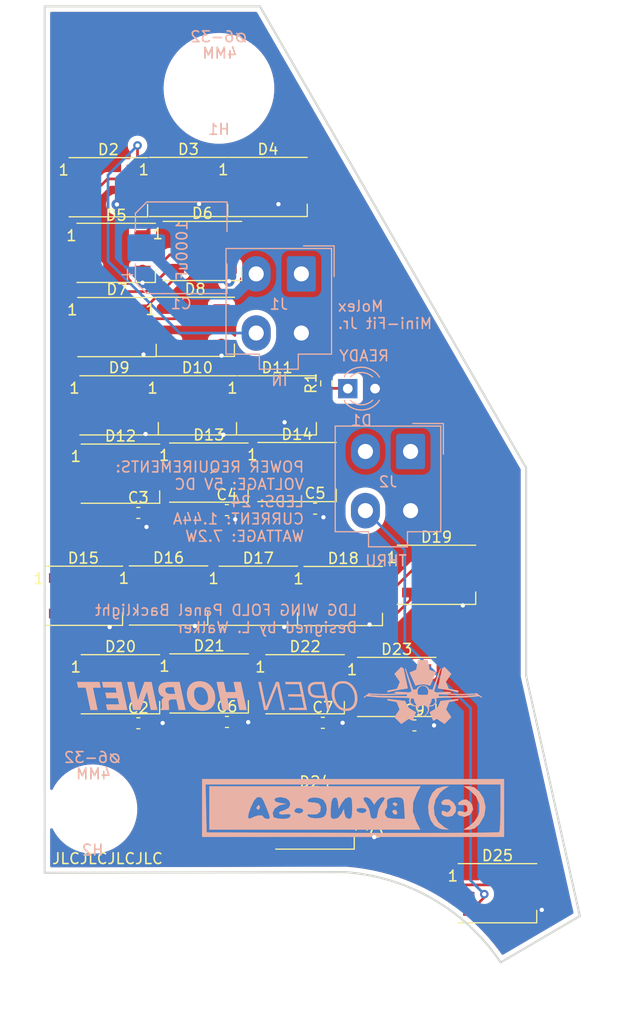
<source format=kicad_pcb>
(kicad_pcb (version 20211014) (generator pcbnew)
  (layers (0 "F.Cu" signal) (31 "B.Cu" signal) (34 "B.Paste" user) (35 "F.Paste" user) (36 "B.SilkS" user "B.Silkscreen") (37 "F.SilkS" user "F.Silkscreen") (38 "B.Mask" user) (39 "F.Mask" user) (44 "Edge.Cuts" user))
  (net 0 "")
  (net 1 "/LEDGND")
  (net 2 "/LED+5V")
  (net 3 "Net-(D1-Pad1)")
  (net 4 "Net-(D2-Pad2)")
  (net 5 "/DATAIN")
  (net 6 "Net-(D3-Pad2)")
  (net 7 "Net-(D4-Pad2)")
  (net 8 "Net-(D5-Pad2)")
  (net 9 "Net-(D6-Pad2)")
  (net 10 "Net-(D7-Pad2)")
  (net 11 "Net-(D8-Pad2)")
  (net 12 "Net-(D10-Pad4)")
  (net 13 "Net-(D10-Pad2)")
  (net 14 "Net-(D11-Pad2)")
  (net 15 "/DATAOUT")
  (net 16 "Net-(D12-Pad2)")
  (net 17 "Net-(D13-Pad2)")
  (net 18 "Net-(D14-Pad2)")
  (net 19 "Net-(D15-Pad2)")
  (net 20 "Net-(D16-Pad2)")
  (net 21 "Net-(D17-Pad2)")
  (net 22 "Net-(D18-Pad2)")
  (net 23 "Net-(D19-Pad2)")
  (net 24 "Net-(D20-Pad2)")
  (net 25 "Net-(D21-Pad2)")
  (net 26 "Net-(D22-Pad2)")
  (net 27 "Net-(D23-Pad2)")
  (net 28 "Net-(D24-Pad2)")
  (footprint "OH_Footprints:C_0603_1608Metric" (layer "F.Cu") (at 156.5375 88)
    (fp_text reference "C2" (at 0 -1.43) (layer "F.SilkS"))
    (fp_text value "C")
    (pad "1" smd roundrect (at -0.775 0) (size 0.9 0.95) (layers "F.Cu" "F.Paste" "F.Mask") (net 2 "/LED+5V"))
    (pad "2" smd roundrect (at 0.775 0) (size 0.9 0.95) (layers "F.Cu" "F.Paste" "F.Mask") (net 1 "/LEDGND"))
  )
  (footprint "OH_Footprints:C_0603_1608Metric" (layer "F.Cu") (at 156.5375 68.45)
    (fp_text reference "C3" (at 0 -1.43) (layer "F.SilkS"))
    (fp_text value "C")
    (pad "1" smd roundrect (at -0.775 0) (size 0.9 0.95) (layers "F.Cu" "F.Paste" "F.Mask") (net 2 "/LED+5V"))
    (pad "2" smd roundrect (at 0.775 0) (size 0.9 0.95) (layers "F.Cu" "F.Paste" "F.Mask") (net 1 "/LEDGND"))
  )
  (footprint "OH_Footprints:C_0603_1608Metric" (layer "F.Cu") (at 164.7725 68.19)
    (fp_text reference "C4" (at 0 -1.43) (layer "F.SilkS"))
    (fp_text value "C")
    (pad "1" smd roundrect (at -0.775 0) (size 0.9 0.95) (layers "F.Cu" "F.Paste" "F.Mask") (net 2 "/LED+5V"))
    (pad "2" smd roundrect (at 0.775 0) (size 0.9 0.95) (layers "F.Cu" "F.Paste" "F.Mask") (net 1 "/LEDGND"))
  )
  (footprint "OH_Footprints:C_0603_1608Metric" (layer "F.Cu") (at 172.9825 68.05)
    (fp_text reference "C5" (at 0 -1.43) (layer "F.SilkS"))
    (fp_text value "C")
    (pad "1" smd roundrect (at -0.775 0) (size 0.9 0.95) (layers "F.Cu" "F.Paste" "F.Mask") (net 2 "/LED+5V"))
    (pad "2" smd roundrect (at 0.775 0) (size 0.9 0.95) (layers "F.Cu" "F.Paste" "F.Mask") (net 1 "/LEDGND"))
  )
  (footprint "OH_Footprints:C_0603_1608Metric" (layer "F.Cu") (at 164.7825 87.88)
    (fp_text reference "C6" (at 0 -1.43) (layer "F.SilkS"))
    (fp_text value "C")
    (pad "1" smd roundrect (at -0.775 0) (size 0.9 0.95) (layers "F.Cu" "F.Paste" "F.Mask") (net 2 "/LED+5V"))
    (pad "2" smd roundrect (at 0.775 0) (size 0.9 0.95) (layers "F.Cu" "F.Paste" "F.Mask") (net 1 "/LEDGND"))
  )
  (footprint "OH_Footprints:C_0603_1608Metric" (layer "F.Cu") (at 173.7025 87.96)
    (fp_text reference "C7" (at 0 -1.43) (layer "F.SilkS"))
    (fp_text value "C")
    (pad "1" smd roundrect (at -0.775 0) (size 0.9 0.95) (layers "F.Cu" "F.Paste" "F.Mask") (net 2 "/LED+5V"))
    (pad "2" smd roundrect (at 0.775 0) (size 0.9 0.95) (layers "F.Cu" "F.Paste" "F.Mask") (net 1 "/LEDGND"))
  )
  (footprint "OH_Footprints:C_0603_1608Metric" (layer "F.Cu") (at 177.3 97.79 -90)
    (fp_text reference "C8" (at 0 -1.43 -90) (layer "F.SilkS"))
    (fp_text value "C")
    (pad "1" smd roundrect (at -0.775 0 270) (size 0.9 0.95) (layers "F.Cu" "F.Paste" "F.Mask") (net 2 "/LED+5V"))
    (pad "2" smd roundrect (at 0.775 0 270) (size 0.9 0.95) (layers "F.Cu" "F.Paste" "F.Mask") (net 1 "/LEDGND"))
  )
  (footprint "OH_Footprints:C_0603_1608Metric" (layer "F.Cu") (at 182.2225 88.2)
    (fp_text reference "C9" (at 0 -1.43) (layer "F.SilkS"))
    (fp_text value "C")
    (pad "1" smd roundrect (at -0.775 0) (size 0.9 0.95) (layers "F.Cu" "F.Paste" "F.Mask") (net 2 "/LED+5V"))
    (pad "2" smd roundrect (at 0.775 0) (size 0.9 0.95) (layers "F.Cu" "F.Paste" "F.Mask") (net 1 "/LEDGND"))
  )
  (footprint "OH_Footprints:LED_WS2812B_PLCC4_5.0x5.0mm_P3.2mm" (layer "F.Cu") (at 153.75 38.175)
    (fp_text reference "D2" (at 0 -3.5) (layer "F.SilkS"))
    (fp_text value "WS2812B")
    (fp_text user "1" (at -4.15 -1.6) (layer "F.SilkS"))
    (pad "1" smd rect (at -2.45 -1.65) (size 1.5 0.9) (layers "F.Cu" "F.Paste" "F.Mask") (net 2 "/LED+5V"))
    (pad "2" smd rect (at -2.45 1.65) (size 1.5 0.9) (layers "F.Cu" "F.Paste" "F.Mask") (net 4 "Net-(D2-Pad2)"))
    (pad "3" smd rect (at 2.45 1.65) (size 1.5 0.9) (layers "F.Cu" "F.Paste" "F.Mask") (net 1 "/LEDGND"))
    (pad "4" smd rect (at 2.45 -1.65) (size 1.5 0.9) (layers "F.Cu" "F.Paste" "F.Mask") (net 5 "/DATAIN"))
  )
  (footprint "OH_Footprints:LED_WS2812B_PLCC4_5.0x5.0mm_P3.2mm" (layer "F.Cu") (at 161.2 38.15)
    (fp_text reference "D3" (at 0 -3.5) (layer "F.SilkS"))
    (fp_text value "WS2812B")
    (fp_text user "1" (at -4.15 -1.6) (layer "F.SilkS"))
    (pad "1" smd rect (at -2.45 -1.65) (size 1.5 0.9) (layers "F.Cu" "F.Paste" "F.Mask") (net 2 "/LED+5V"))
    (pad "2" smd rect (at -2.45 1.65) (size 1.5 0.9) (layers "F.Cu" "F.Paste" "F.Mask") (net 6 "Net-(D3-Pad2)"))
    (pad "3" smd rect (at 2.45 1.65) (size 1.5 0.9) (layers "F.Cu" "F.Paste" "F.Mask") (net 1 "/LEDGND"))
    (pad "4" smd rect (at 2.45 -1.65) (size 1.5 0.9) (layers "F.Cu" "F.Paste" "F.Mask") (net 4 "Net-(D2-Pad2)"))
  )
  (footprint "OH_Footprints:LED_WS2812B_PLCC4_5.0x5.0mm_P3.2mm" (layer "F.Cu") (at 168.6 38.15)
    (fp_text reference "D4" (at 0 -3.5) (layer "F.SilkS"))
    (fp_text value "WS2812B")
    (fp_text user "1" (at -4.15 -1.6) (layer "F.SilkS"))
    (pad "1" smd rect (at -2.45 -1.65) (size 1.5 0.9) (layers "F.Cu" "F.Paste" "F.Mask") (net 2 "/LED+5V"))
    (pad "2" smd rect (at -2.45 1.65) (size 1.5 0.9) (layers "F.Cu" "F.Paste" "F.Mask") (net 7 "Net-(D4-Pad2)"))
    (pad "3" smd rect (at 2.45 1.65) (size 1.5 0.9) (layers "F.Cu" "F.Paste" "F.Mask") (net 1 "/LEDGND"))
    (pad "4" smd rect (at 2.45 -1.65) (size 1.5 0.9) (layers "F.Cu" "F.Paste" "F.Mask") (net 6 "Net-(D3-Pad2)"))
  )
  (footprint "OH_Footprints:LED_WS2812B_PLCC4_5.0x5.0mm_P3.2mm" (layer "F.Cu") (at 154.475 44.275)
    (fp_text reference "D5" (at 0 -3.5) (layer "F.SilkS"))
    (fp_text value "WS2812B")
    (fp_text user "1" (at -4.15 -1.6) (layer "F.SilkS"))
    (pad "1" smd rect (at -2.45 -1.65) (size 1.5 0.9) (layers "F.Cu" "F.Paste" "F.Mask") (net 2 "/LED+5V"))
    (pad "2" smd rect (at -2.45 1.65) (size 1.5 0.9) (layers "F.Cu" "F.Paste" "F.Mask") (net 8 "Net-(D5-Pad2)"))
    (pad "3" smd rect (at 2.45 1.65) (size 1.5 0.9) (layers "F.Cu" "F.Paste" "F.Mask") (net 1 "/LEDGND"))
    (pad "4" smd rect (at 2.45 -1.65) (size 1.5 0.9) (layers "F.Cu" "F.Paste" "F.Mask") (net 7 "Net-(D4-Pad2)"))
  )
  (footprint "OH_Footprints:LED_WS2812B_PLCC4_5.0x5.0mm_P3.2mm" (layer "F.Cu") (at 162.5 44.1)
    (fp_text reference "D6" (at 0 -3.5) (layer "F.SilkS"))
    (fp_text value "WS2812B")
    (fp_text user "1" (at -4.15 -1.6) (layer "F.SilkS"))
    (pad "1" smd rect (at -2.45 -1.65) (size 1.5 0.9) (layers "F.Cu" "F.Paste" "F.Mask") (net 2 "/LED+5V"))
    (pad "2" smd rect (at -2.45 1.65) (size 1.5 0.9) (layers "F.Cu" "F.Paste" "F.Mask") (net 9 "Net-(D6-Pad2)"))
    (pad "3" smd rect (at 2.45 1.65) (size 1.5 0.9) (layers "F.Cu" "F.Paste" "F.Mask") (net 1 "/LEDGND"))
    (pad "4" smd rect (at 2.45 -1.65) (size 1.5 0.9) (layers "F.Cu" "F.Paste" "F.Mask") (net 8 "Net-(D5-Pad2)"))
  )
  (footprint "OH_Footprints:LED_WS2812B_PLCC4_5.0x5.0mm_P3.2mm" (layer "F.Cu") (at 154.55 51.175)
    (fp_text reference "D7" (at 0 -3.5) (layer "F.SilkS"))
    (fp_text value "WS2812B")
    (fp_text user "1" (at -4.15 -1.6) (layer "F.SilkS"))
    (pad "1" smd rect (at -2.45 -1.65) (size 1.5 0.9) (layers "F.Cu" "F.Paste" "F.Mask") (net 2 "/LED+5V"))
    (pad "2" smd rect (at -2.45 1.65) (size 1.5 0.9) (layers "F.Cu" "F.Paste" "F.Mask") (net 10 "Net-(D7-Pad2)"))
    (pad "3" smd rect (at 2.45 1.65) (size 1.5 0.9) (layers "F.Cu" "F.Paste" "F.Mask") (net 1 "/LEDGND"))
    (pad "4" smd rect (at 2.45 -1.65) (size 1.5 0.9) (layers "F.Cu" "F.Paste" "F.Mask") (net 9 "Net-(D6-Pad2)"))
  )
  (footprint "OH_Footprints:LED_WS2812B_PLCC4_5.0x5.0mm_P3.2mm" (layer "F.Cu") (at 161.825 51.15)
    (fp_text reference "D8" (at 0 -3.5) (layer "F.SilkS"))
    (fp_text value "WS2812B")
    (fp_text user "1" (at -4.15 -1.6) (layer "F.SilkS"))
    (pad "1" smd rect (at -2.45 -1.65) (size 1.5 0.9) (layers "F.Cu" "F.Paste" "F.Mask") (net 2 "/LED+5V"))
    (pad "2" smd rect (at -2.45 1.65) (size 1.5 0.9) (layers "F.Cu" "F.Paste" "F.Mask") (net 11 "Net-(D8-Pad2)"))
    (pad "3" smd rect (at 2.45 1.65) (size 1.5 0.9) (layers "F.Cu" "F.Paste" "F.Mask") (net 1 "/LEDGND"))
    (pad "4" smd rect (at 2.45 -1.65) (size 1.5 0.9) (layers "F.Cu" "F.Paste" "F.Mask") (net 10 "Net-(D7-Pad2)"))
  )
  (footprint "OH_Footprints:LED_WS2812B_PLCC4_5.0x5.0mm_P3.2mm" (layer "F.Cu") (at 154.75 58.45)
    (fp_text reference "D9" (at 0 -3.5) (layer "F.SilkS"))
    (fp_text value "WS2812B")
    (fp_text user "1" (at -4.15 -1.6) (layer "F.SilkS"))
    (pad "1" smd rect (at -2.45 -1.65) (size 1.5 0.9) (layers "F.Cu" "F.Paste" "F.Mask") (net 2 "/LED+5V"))
    (pad "2" smd rect (at -2.45 1.65) (size 1.5 0.9) (layers "F.Cu" "F.Paste" "F.Mask") (net 12 "Net-(D10-Pad4)"))
    (pad "3" smd rect (at 2.45 1.65) (size 1.5 0.9) (layers "F.Cu" "F.Paste" "F.Mask") (net 1 "/LEDGND"))
    (pad "4" smd rect (at 2.45 -1.65) (size 1.5 0.9) (layers "F.Cu" "F.Paste" "F.Mask") (net 11 "Net-(D8-Pad2)"))
  )
  (footprint "OH_Footprints:LED_WS2812B_PLCC4_5.0x5.0mm_P3.2mm" (layer "F.Cu") (at 162.025 58.45)
    (fp_text reference "D10" (at 0 -3.5) (layer "F.SilkS"))
    (fp_text value "WS2812B")
    (fp_text user "1" (at -4.15 -1.6) (layer "F.SilkS"))
    (pad "1" smd rect (at -2.45 -1.65) (size 1.5 0.9) (layers "F.Cu" "F.Paste" "F.Mask") (net 2 "/LED+5V"))
    (pad "2" smd rect (at -2.45 1.65) (size 1.5 0.9) (layers "F.Cu" "F.Paste" "F.Mask") (net 13 "Net-(D10-Pad2)"))
    (pad "3" smd rect (at 2.45 1.65) (size 1.5 0.9) (layers "F.Cu" "F.Paste" "F.Mask") (net 1 "/LEDGND"))
    (pad "4" smd rect (at 2.45 -1.65) (size 1.5 0.9) (layers "F.Cu" "F.Paste" "F.Mask") (net 12 "Net-(D10-Pad4)"))
  )
  (footprint "OH_Footprints:LED_WS2812B_PLCC4_5.0x5.0mm_P3.2mm" (layer "F.Cu") (at 169.45 58.45)
    (fp_text reference "D11" (at 0 -3.5) (layer "F.SilkS"))
    (fp_text value "WS2812B")
    (fp_text user "1" (at -4.15 -1.6) (layer "F.SilkS"))
    (pad "1" smd rect (at -2.45 -1.65) (size 1.5 0.9) (layers "F.Cu" "F.Paste" "F.Mask") (net 2 "/LED+5V"))
    (pad "2" smd rect (at -2.45 1.65) (size 1.5 0.9) (layers "F.Cu" "F.Paste" "F.Mask") (net 14 "Net-(D11-Pad2)"))
    (pad "3" smd rect (at 2.45 1.65) (size 1.5 0.9) (layers "F.Cu" "F.Paste" "F.Mask") (net 1 "/LEDGND"))
    (pad "4" smd rect (at 2.45 -1.65) (size 1.5 0.9) (layers "F.Cu" "F.Paste" "F.Mask") (net 13 "Net-(D10-Pad2)"))
  )
  (footprint "OH_Footprints:LED_WS2812B_PLCC4_5.0x5.0mm_P3.2mm" (layer "F.Cu") (at 154.875 64.8)
    (fp_text reference "D12" (at 0 -3.5) (layer "F.SilkS"))
    (fp_text value "WS2812B")
    (fp_text user "1" (at -4.15 -1.6) (layer "F.SilkS"))
    (pad "1" smd rect (at -2.45 -1.65) (size 1.5 0.9) (layers "F.Cu" "F.Paste" "F.Mask") (net 2 "/LED+5V"))
    (pad "2" smd rect (at -2.45 1.65) (size 1.5 0.9) (layers "F.Cu" "F.Paste" "F.Mask") (net 16 "Net-(D12-Pad2)"))
    (pad "3" smd rect (at 2.45 1.65) (size 1.5 0.9) (layers "F.Cu" "F.Paste" "F.Mask") (net 1 "/LEDGND"))
    (pad "4" smd rect (at 2.45 -1.65) (size 1.5 0.9) (layers "F.Cu" "F.Paste" "F.Mask") (net 14 "Net-(D11-Pad2)"))
  )
  (footprint "OH_Footprints:R_0603_1608Metric" (layer "F.Cu") (at 174.03 56.4075 90)
    (fp_text reference "R1" (at 0 -1.43 90) (layer "F.SilkS"))
    (fp_text value "R")
    (pad "1" smd roundrect (at -0.825 0 90) (size 0.8 0.95) (layers "F.Cu" "F.Paste" "F.Mask") (net 3 "Net-(D1-Pad1)"))
    (pad "2" smd roundrect (at 0.825 0 90) (size 0.8 0.95) (layers "F.Cu" "F.Paste" "F.Mask") (net 2 "/LED+5V"))
  )
  (footprint "OH_Footprints:LED_WS2812B_PLCC4_5.0x5.0mm_P3.2mm" (layer "F.Cu") (at 163.1 64.7)
    (fp_text reference "D13" (at 0 -3.5) (layer "F.SilkS"))
    (fp_text value "WS2812B")
    (fp_text user "1" (at -4.15 -1.6) (layer "F.SilkS"))
    (pad "1" smd rect (at -2.45 -1.65) (size 1.5 0.9) (layers "F.Cu" "F.Paste" "F.Mask") (net 2 "/LED+5V"))
    (pad "2" smd rect (at -2.45 1.65) (size 1.5 0.9) (layers "F.Cu" "F.Paste" "F.Mask") (net 17 "Net-(D13-Pad2)"))
    (pad "3" smd rect (at 2.45 1.65) (size 1.5 0.9) (layers "F.Cu" "F.Paste" "F.Mask") (net 1 "/LEDGND"))
    (pad "4" smd rect (at 2.45 -1.65) (size 1.5 0.9) (layers "F.Cu" "F.Paste" "F.Mask") (net 16 "Net-(D12-Pad2)"))
  )
  (footprint "OH_Footprints:LED_WS2812B_PLCC4_5.0x5.0mm_P3.2mm" (layer "F.Cu") (at 171.3 64.65)
    (fp_text reference "D14" (at 0 -3.5) (layer "F.SilkS"))
    (fp_text value "WS2812B")
    (fp_text user "1" (at -4.15 -1.6) (layer "F.SilkS"))
    (pad "1" smd rect (at -2.45 -1.65) (size 1.5 0.9) (layers "F.Cu" "F.Paste" "F.Mask") (net 2 "/LED+5V"))
    (pad "2" smd rect (at -2.45 1.65) (size 1.5 0.9) (layers "F.Cu" "F.Paste" "F.Mask") (net 18 "Net-(D14-Pad2)"))
    (pad "3" smd rect (at 2.45 1.65) (size 1.5 0.9) (layers "F.Cu" "F.Paste" "F.Mask") (net 1 "/LEDGND"))
    (pad "4" smd rect (at 2.45 -1.65) (size 1.5 0.9) (layers "F.Cu" "F.Paste" "F.Mask") (net 17 "Net-(D13-Pad2)"))
  )
  (footprint "OH_Footprints:LED_WS2812B_PLCC4_5.0x5.0mm_P3.2mm" (layer "F.Cu") (at 151.425 76.15)
    (fp_text reference "D15" (at 0 -3.5) (layer "F.SilkS"))
    (fp_text value "WS2812B")
    (fp_text user "1" (at -4.15 -1.6) (layer "F.SilkS"))
    (pad "1" smd rect (at -2.45 -1.65) (size 1.5 0.9) (layers "F.Cu" "F.Paste" "F.Mask") (net 2 "/LED+5V"))
    (pad "2" smd rect (at -2.45 1.65) (size 1.5 0.9) (layers "F.Cu" "F.Paste" "F.Mask") (net 19 "Net-(D15-Pad2)"))
    (pad "3" smd rect (at 2.45 1.65) (size 1.5 0.9) (layers "F.Cu" "F.Paste" "F.Mask") (net 1 "/LEDGND"))
    (pad "4" smd rect (at 2.45 -1.65) (size 1.5 0.9) (layers "F.Cu" "F.Paste" "F.Mask") (net 18 "Net-(D14-Pad2)"))
  )
  (footprint "OH_Footprints:LED_WS2812B_PLCC4_5.0x5.0mm_P3.2mm" (layer "F.Cu") (at 159.35 76.125)
    (fp_text reference "D16" (at 0 -3.5) (layer "F.SilkS"))
    (fp_text value "WS2812B")
    (fp_text user "1" (at -4.15 -1.6) (layer "F.SilkS"))
    (pad "1" smd rect (at -2.45 -1.65) (size 1.5 0.9) (layers "F.Cu" "F.Paste" "F.Mask") (net 2 "/LED+5V"))
    (pad "2" smd rect (at -2.45 1.65) (size 1.5 0.9) (layers "F.Cu" "F.Paste" "F.Mask") (net 20 "Net-(D16-Pad2)"))
    (pad "3" smd rect (at 2.45 1.65) (size 1.5 0.9) (layers "F.Cu" "F.Paste" "F.Mask") (net 1 "/LEDGND"))
    (pad "4" smd rect (at 2.45 -1.65) (size 1.5 0.9) (layers "F.Cu" "F.Paste" "F.Mask") (net 19 "Net-(D15-Pad2)"))
  )
  (footprint "OH_Footprints:LED_WS2812B_PLCC4_5.0x5.0mm_P3.2mm" (layer "F.Cu") (at 167.7 76.15)
    (fp_text reference "D17" (at 0 -3.5) (layer "F.SilkS"))
    (fp_text value "WS2812B")
    (fp_text user "1" (at -4.15 -1.6) (layer "F.SilkS"))
    (pad "1" smd rect (at -2.45 -1.65) (size 1.5 0.9) (layers "F.Cu" "F.Paste" "F.Mask") (net 2 "/LED+5V"))
    (pad "2" smd rect (at -2.45 1.65) (size 1.5 0.9) (layers "F.Cu" "F.Paste" "F.Mask") (net 21 "Net-(D17-Pad2)"))
    (pad "3" smd rect (at 2.45 1.65) (size 1.5 0.9) (layers "F.Cu" "F.Paste" "F.Mask") (net 1 "/LEDGND"))
    (pad "4" smd rect (at 2.45 -1.65) (size 1.5 0.9) (layers "F.Cu" "F.Paste" "F.Mask") (net 20 "Net-(D16-Pad2)"))
  )
  (footprint "OH_Footprints:LED_WS2812B_PLCC4_5.0x5.0mm_P3.2mm" (layer "F.Cu") (at 175.6 76.175)
    (fp_text reference "D18" (at 0 -3.5) (layer "F.SilkS"))
    (fp_text value "WS2812B")
    (fp_text user "1" (at -4.15 -1.6) (layer "F.SilkS"))
    (pad "1" smd rect (at -2.45 -1.65) (size 1.5 0.9) (layers "F.Cu" "F.Paste" "F.Mask") (net 2 "/LED+5V"))
    (pad "2" smd rect (at -2.45 1.65) (size 1.5 0.9) (layers "F.Cu" "F.Paste" "F.Mask") (net 22 "Net-(D18-Pad2)"))
    (pad "3" smd rect (at 2.45 1.65) (size 1.5 0.9) (layers "F.Cu" "F.Paste" "F.Mask") (net 1 "/LEDGND"))
    (pad "4" smd rect (at 2.45 -1.65) (size 1.5 0.9) (layers "F.Cu" "F.Paste" "F.Mask") (net 21 "Net-(D17-Pad2)"))
  )
  (footprint "OH_Footprints:LED_WS2812B_PLCC4_5.0x5.0mm_P3.2mm" (layer "F.Cu") (at 184.275 74.2)
    (fp_text reference "D19" (at 0 -3.5) (layer "F.SilkS"))
    (fp_text value "WS2812B")
    (fp_text user "1" (at -4.15 -1.6) (layer "F.SilkS"))
    (pad "1" smd rect (at -2.45 -1.65) (size 1.5 0.9) (layers "F.Cu" "F.Paste" "F.Mask") (net 2 "/LED+5V"))
    (pad "2" smd rect (at -2.45 1.65) (size 1.5 0.9) (layers "F.Cu" "F.Paste" "F.Mask") (net 23 "Net-(D19-Pad2)"))
    (pad "3" smd rect (at 2.45 1.65) (size 1.5 0.9) (layers "F.Cu" "F.Paste" "F.Mask") (net 1 "/LEDGND"))
    (pad "4" smd rect (at 2.45 -1.65) (size 1.5 0.9) (layers "F.Cu" "F.Paste" "F.Mask") (net 22 "Net-(D18-Pad2)"))
  )
  (footprint "OH_Footprints:LED_WS2812B_PLCC4_5.0x5.0mm_P3.2mm" (layer "F.Cu") (at 154.875 84.375)
    (fp_text reference "D20" (at 0 -3.5) (layer "F.SilkS"))
    (fp_text value "WS2812B")
    (fp_text user "1" (at -4.15 -1.6) (layer "F.SilkS"))
    (pad "1" smd rect (at -2.45 -1.65) (size 1.5 0.9) (layers "F.Cu" "F.Paste" "F.Mask") (net 2 "/LED+5V"))
    (pad "2" smd rect (at -2.45 1.65) (size 1.5 0.9) (layers "F.Cu" "F.Paste" "F.Mask") (net 24 "Net-(D20-Pad2)"))
    (pad "3" smd rect (at 2.45 1.65) (size 1.5 0.9) (layers "F.Cu" "F.Paste" "F.Mask") (net 1 "/LEDGND"))
    (pad "4" smd rect (at 2.45 -1.65) (size 1.5 0.9) (layers "F.Cu" "F.Paste" "F.Mask") (net 23 "Net-(D19-Pad2)"))
  )
  (footprint "OH_Footprints:LED_WS2812B_PLCC4_5.0x5.0mm_P3.2mm" (layer "F.Cu") (at 163.125 84.3)
    (fp_text reference "D21" (at 0 -3.5) (layer "F.SilkS"))
    (fp_text value "WS2812B")
    (fp_text user "1" (at -4.15 -1.6) (layer "F.SilkS"))
    (pad "1" smd rect (at -2.45 -1.65) (size 1.5 0.9) (layers "F.Cu" "F.Paste" "F.Mask") (net 2 "/LED+5V"))
    (pad "2" smd rect (at -2.45 1.65) (size 1.5 0.9) (layers "F.Cu" "F.Paste" "F.Mask") (net 25 "Net-(D21-Pad2)"))
    (pad "3" smd rect (at 2.45 1.65) (size 1.5 0.9) (layers "F.Cu" "F.Paste" "F.Mask") (net 1 "/LEDGND"))
    (pad "4" smd rect (at 2.45 -1.65) (size 1.5 0.9) (layers "F.Cu" "F.Paste" "F.Mask") (net 24 "Net-(D20-Pad2)"))
  )
  (footprint "OH_Footprints:LED_WS2812B_PLCC4_5.0x5.0mm_P3.2mm" (layer "F.Cu") (at 172.05 84.375)
    (fp_text reference "D22" (at 0 -3.5) (layer "F.SilkS"))
    (fp_text value "WS2812B")
    (fp_text user "1" (at -4.15 -1.6) (layer "F.SilkS"))
    (pad "1" smd rect (at -2.45 -1.65) (size 1.5 0.9) (layers "F.Cu" "F.Paste" "F.Mask") (net 2 "/LED+5V"))
    (pad "2" smd rect (at -2.45 1.65) (size 1.5 0.9) (layers "F.Cu" "F.Paste" "F.Mask") (net 26 "Net-(D22-Pad2)"))
    (pad "3" smd rect (at 2.45 1.65) (size 1.5 0.9) (layers "F.Cu" "F.Paste" "F.Mask") (net 1 "/LEDGND"))
    (pad "4" smd rect (at 2.45 -1.65) (size 1.5 0.9) (layers "F.Cu" "F.Paste" "F.Mask") (net 25 "Net-(D21-Pad2)"))
  )
  (footprint "OH_Footprints:LED_WS2812B_PLCC4_5.0x5.0mm_P3.2mm" (layer "F.Cu") (at 189.95 103.8)
    (fp_text reference "D25" (at 0 -3.5) (layer "F.SilkS"))
    (fp_text value "WS2812B")
    (fp_text user "1" (at -4.15 -1.6) (layer "F.SilkS"))
    (pad "1" smd rect (at -2.45 -1.65) (size 1.5 0.9) (layers "F.Cu" "F.Paste" "F.Mask") (net 2 "/LED+5V"))
    (pad "2" smd rect (at -2.45 1.65) (size 1.5 0.9) (layers "F.Cu" "F.Paste" "F.Mask") (net 15 "/DATAOUT"))
    (pad "3" smd rect (at 2.45 1.65) (size 1.5 0.9) (layers "F.Cu" "F.Paste" "F.Mask") (net 1 "/LEDGND"))
    (pad "4" smd rect (at 2.45 -1.65) (size 1.5 0.9) (layers "F.Cu" "F.Paste" "F.Mask") (net 28 "Net-(D24-Pad2)"))
  )
  (footprint "OH_Footprints:LED_WS2812B_PLCC4_5.0x5.0mm_P3.2mm" (layer "F.Cu") (at 180.575 84.625)
    (fp_text reference "D23" (at 0 -3.5) (layer "F.SilkS"))
    (fp_text value "WS2812B")
    (fp_text user "1" (at -4.15 -1.6) (layer "F.SilkS"))
    (pad "1" smd rect (at -2.45 -1.65) (size 1.5 0.9) (layers "F.Cu" "F.Paste" "F.Mask") (net 2 "/LED+5V"))
    (pad "2" smd rect (at -2.45 1.65) (size 1.5 0.9) (layers "F.Cu" "F.Paste" "F.Mask") (net 27 "Net-(D23-Pad2)"))
    (pad "3" smd rect (at 2.45 1.65) (size 1.5 0.9) (layers "F.Cu" "F.Paste" "F.Mask") (net 1 "/LEDGND"))
    (pad "4" smd rect (at 2.45 -1.65) (size 1.5 0.9) (layers "F.Cu" "F.Paste" "F.Mask") (net 26 "Net-(D22-Pad2)"))
  )
  (footprint "OH_Footprints:LED_WS2812B_PLCC4_5.0x5.0mm_P3.2mm" (layer "F.Cu") (at 172.975 96.95)
    (fp_text reference "D24" (at 0 -3.5) (layer "F.SilkS"))
    (fp_text value "WS2812B")
    (fp_text user "1" (at -4.15 -1.6) (layer "F.SilkS"))
    (pad "1" smd rect (at -2.45 -1.65) (size 1.5 0.9) (layers "F.Cu" "F.Paste" "F.Mask") (net 2 "/LED+5V"))
    (pad "2" smd rect (at -2.45 1.65) (size 1.5 0.9) (layers "F.Cu" "F.Paste" "F.Mask") (net 28 "Net-(D24-Pad2)"))
    (pad "3" smd rect (at 2.45 1.65) (size 1.5 0.9) (layers "F.Cu" "F.Paste" "F.Mask") (net 1 "/LEDGND"))
    (pad "4" smd rect (at 2.45 -1.65) (size 1.5 0.9) (layers "F.Cu" "F.Paste" "F.Mask") (net 27 "Net-(D23-Pad2)"))
  )
  (footprint "OH_Backlighting:OH_Panel_6-32_PHS" (layer "F.Cu") (at 152.291948 95.977061)
    (fp_text reference "REF**" hide)
    (fp_text value "OH_Panel_Fastner_Keepout" hide)
    (fp_text user "4MM" (at 0.075 -3.275 180) (layer "B.SilkS") (effects (justify mirror)))
    (fp_text user "⌀6-32" (at 0 -4.8) (layer "B.SilkS") (effects (justify mirror)))
    (fp_text user "H2" (at 0 3.81) (layer "B.SilkS") (effects (justify mirror)))
    (pad "" np_thru_hole circle locked (at 0 0) (size 4.3 4.3) (drill 4.3) (layers *.Cu *.Mask) (clearance 2))
  )
  (footprint "OH_Backlighting:OH_Panel_6-32_PHS" (layer "F.Cu") (at 164.039448 28.984561)
    (fp_text reference "REF**" hide)
    (fp_text value "OH_Panel_Fastner_Keepout" hide)
    (fp_text user "H1" (at 0 3.81) (layer "B.SilkS") (effects (justify mirror)))
    (fp_text user "⌀6-32" (at 0 -4.8) (layer "B.SilkS") (effects (justify mirror)))
    (fp_text user "4MM" (at 0.075 -3.275 180) (layer "B.SilkS") (effects (justify mirror)))
    (pad "" np_thru_hole circle locked (at 0 0) (size 4.3 4.3) (drill 4.3) (layers *.Cu *.Mask) (clearance 3))
  )
  (footprint "OH_Footprints:CP_Elec_8x10" (layer "B.Cu") (at 160.525 43.8)
    (fp_text reference "C1" (at 0 5.2 180) (layer "B.SilkS") (effects (justify mirror)))
    (fp_text value "C_Polarized")
    (pad "1" smd roundrect (at -3.25 0) (size 3.5 2.5) (layers "B.Cu" "B.Paste" "B.Mask") (roundrect_rratio 0.1) (net 2 "/LED+5V"))
    (pad "2" smd roundrect (at 3.25 0) (size 3.5 2.5) (layers "B.Cu" "B.Paste" "B.Mask") (roundrect_rratio 0.1) (net 1 "/LEDGND"))
  )
  (footprint "OH_Footprints:LED_D3.0mm" (layer "B.Cu") (at 176.022 56.896)
    (fp_text reference "D1" (at 1.27 2.96 180) (layer "B.SilkS") (effects (justify mirror)))
    (fp_text value "LED")
    (pad "1" thru_hole rect (at 0 0) (size 1.8 1.8) (drill 0.9) (layers *.Cu *.Mask) (net 3 "Net-(D1-Pad1)"))
    (pad "2" thru_hole circle (at 2.54 0) (size 1.8 1.8) (drill 0.9) (layers *.Cu *.Mask) (net 1 "/LEDGND"))
  )
  (footprint "OH_Footprints:Molex_Mini-Fit_Jr_5566-04A_2x02_P4.20mm_Vertical" (layer "B.Cu") (at 171.704 46.228 180)
    (fp_text reference "J1" (at 2.1 -2.820624) (layer "B.SilkS") (effects (justify mirror)))
    (fp_text value "Conn_01x04_Female")
    (pad "1" thru_hole roundrect (at 0 0 180) (size 2.7 3.3) (drill 1.4) (layers *.Cu *.Mask) (roundrect_rratio 0.09259296296) (net 2 "/LED+5V"))
    (pad "2" thru_hole oval (at 4.2 0 180) (size 2.7 3.3) (drill 1.4) (layers *.Cu *.Mask) (net 2 "/LED+5V"))
    (pad "3" thru_hole oval (at 0 -5.5 180) (size 2.7 3.3) (drill 1.4) (layers *.Cu *.Mask) (net 1 "/LEDGND"))
    (pad "4" thru_hole oval (at 4.2 -5.5 180) (size 2.7 3.3) (drill 1.4) (layers *.Cu *.Mask) (net 5 "/DATAIN"))
  )
  (footprint "OH_Footprints:Molex_Mini-Fit_Jr_5566-04A_2x02_P4.20mm_Vertical" (layer "B.Cu") (at 181.864 62.738 180)
    (fp_text reference "J2" (at 2.1 -2.820624) (layer "B.SilkS") (effects (justify mirror)))
    (fp_text value "Conn_01x04_Female")
    (pad "1" thru_hole roundrect (at 0 0 180) (size 2.7 3.3) (drill 1.4) (layers *.Cu *.Mask) (roundrect_rratio 0.09259296296) (net 2 "/LED+5V"))
    (pad "2" thru_hole oval (at 4.2 0 180) (size 2.7 3.3) (drill 1.4) (layers *.Cu *.Mask) (net 2 "/LED+5V"))
    (pad "3" thru_hole oval (at 0 -5.5 180) (size 2.7 3.3) (drill 1.4) (layers *.Cu *.Mask) (net 1 "/LEDGND"))
    (pad "4" thru_hole oval (at 4.2 -5.5 180) (size 2.7 3.3) (drill 1.4) (layers *.Cu *.Mask) (net 15 "/DATAOUT"))
  )
  (footprint "OH_General:CC-BY-NC-SA-Small" (layer "B.Cu") (at 176.6 95.875 180)
    (fp_text reference "G***" hide)
    (fp_text value "LOGO" hide)
  )
  (footprint "OH_General:OH_LOGO_37.7mm_5.9mm" (layer "B.Cu") (at 169.672 85.09 180)
    (fp_text reference "G***" hide)
    (fp_text value "LOGO" hide)
  )
  (gr_line (start 147.828 101.901758) (end 175.768006 101.837421) (layer "Edge.Cuts") (width 0.2))
  (gr_line (start 192.614486 83.594538) (end 192.614486 64.258791) (layer "Edge.Cuts") (width 0.2))
  (gr_line (start 167.849472 21.364547) (end 147.828 21.364547) (layer "Edge.Cuts") (width 0.2))
  (gr_line (start 190.246 110.236) (end 197.612 105.918) (layer "Edge.Cuts") (width 0.2))
  (gr_line (start 197.612 105.918) (end 192.614486 83.594538) (layer "Edge.Cuts") (width 0.2))
  (gr_line (start 147.828 21.364547) (end 147.828 101.901758) (layer "Edge.Cuts") (width 0.2))
  (gr_arc (start 175.768006 101.837421) (mid 183.978791 104.361481) (end 190.246 110.236) (layer "Edge.Cuts") (width 0.2))
  (gr_line (start 192.614486 64.258791) (end 167.849472 21.364547) (layer "Edge.Cuts") (width 0.2))
  (gr_text "POWER REQUIREMENTS:\nVOLTAGE: 5V DC\nLEDS: 24\nCURRENT: 1.44A\nWATTAGE: 7.2W" (at 172.05 67.4) (layer "B.SilkS") (effects (font (size 1 1)) (justify left mirror)))
  (gr_text "READY\n" (at 177.546 53.848) (layer "B.SilkS") (effects (font (size 1 1)) (justify mirror)))
  (gr_text "Molex\nMini-Fit Jr." (at 175.006 50.038) (layer "B.SilkS") (effects (font (size 1 1)) (justify right mirror)))
  (gr_text "1000uF" (at 160.6 44.05 90) (layer "B.SilkS") (effects (font (size 1 1)) (justify mirror)))
  (gr_text "IN" (at 169.672 56.134) (layer "B.SilkS") (effects (font (size 1 1)) (justify mirror)))
  (gr_text "LDG WING FOLD Panel Backlight\nDesigned by L. Walker" (at 177 78.3) (layer "B.SilkS") (effects (font (size 1 1)) (justify left mirror)))
  (gr_text "THRU" (at 179.578 72.898) (layer "B.SilkS") (effects (font (size 1 1)) (justify mirror)))
  (gr_text "JLCJLCJLCJLC" (at 153.67 100.584) (layer "F.SilkS") (effects (font (size 1 1))))
  (segment (start 157.3 69.75) (end 157.325 69.7) (width 1) (layer "F.Cu") (net 1))
  (segment (start 165.55 69.05) (end 165.55 69.05) (width 1) (layer "F.Cu") (net 1))
  (segment (start 173.76 68.85) (end 173.75 68.84) (width 1) (layer "F.Cu") (net 1))
  (segment (start 158.8 87.98) (end 158.81 88) (width 1) (layer "F.Cu") (net 1))
  (segment (start 178.48 98.58) (end 178.4775 98.5775) (width 1) (layer "F.Cu") (net 1))
  (segment (start 166.76 87.9) (end 166.74 87.88) (width 1) (layer "F.Cu") (net 1))
  (segment (start 175.54 87.96) (end 175.54 87.96) (width 1) (layer "F.Cu") (net 1))
  (segment (start 184.05 88.2) (end 184.05 88.2) (width 1) (layer "F.Cu") (net 1))
  (segment (start 154.545 39.775) (end 154.545 39.775) (width 1) (layer "F.Cu") (net 1))
  (segment (start 162.19 39.73) (end 162.21 39.75) (width 1) (layer "F.Cu") (net 1))
  (segment (start 169.57 39.75) (end 169.57 39.75) (width 1) (layer "F.Cu") (net 1))
  (segment (start 156.93 47.05) (end 156.925 47.045) (width 1) (layer "F.Cu") (net 1))
  (segment (start 164.98 46.91) (end 164.95 46.88) (width 1) (layer "F.Cu") (net 1))
  (segment (start 157.02 53.73) (end 157 53.71) (width 1) (layer "F.Cu") (net 1))
  (segment (start 164.28 53.83) (end 164.275 53.825) (width 1) (layer "F.Cu") (net 1))
  (segment (start 157.21 61.11) (end 157.2 61.1) (width 1) (layer "F.Cu") (net 1))
  (segment (start 164.46 61.18) (end 164.475 61.165) (width 1) (layer "F.Cu") (net 1))
  (segment (start 153.87 79.06) (end 153.875 79.055) (width 1) (layer "F.Cu") (net 1))
  (segment (start 161.8 78.96) (end 161.8 78.96) (width 1) (layer "F.Cu") (net 1))
  (segment (start 170.11 79.06) (end 170.15 79.02) (width 1) (layer "F.Cu") (net 1))
  (segment (start 178.05 78.82) (end 178.05 78.85) (width 1) (layer "F.Cu") (net 1))
  (segment (start 186.725 77.045) (end 186.725 77.045) (width 1) (layer "F.Cu") (net 1))
  (segment (start 194.07 105.35) (end 194.01 105.4) (width 1) (layer "F.Cu") (net 1))
  (segment (start 170.14 60.02) (end 170.17 60.05) (width 1) (layer "F.Cu") (net 1))
  (segment (start 175.425 98.55) (end 177.2725 98.55) (width 1) (layer "F.Cu") (net 1))
  (segment (start 174.5 87.95) (end 174.49 87.96) (width 1) (layer "F.Cu") (net 1))
  (segment (start 183.025 88.185) (end 183.01 88.2) (width 1) (layer "F.Cu") (net 1))
  (segment (start 171.05 39.75) (end 169.57 39.75) (width 1) (layer "F.Cu") (net 1))
  (segment (start 157.2 60.05) (end 157.21 61.11) (width 1) (layer "F.Cu") (net 1))
  (segment (start 178.05 77.775) (end 178.05 78.82) (width 1) (layer "F.Cu") (net 1))
  (segment (start 157.325 68.45) (end 157.3 69.75) (width 1) (layer "F.Cu") (net 1))
  (segment (start 192.4 105.4) (end 194.07 105.35) (width 1) (layer "F.Cu") (net 1))
  (segment (start 183.025 86.225) (end 183.025 88.185) (width 1) (layer "F.Cu") (net 1))
  (segment (start 157 52.775) (end 157.02 53.73) (width 1) (layer "F.Cu") (net 1))
  (segment (start 157.325 85.975) (end 157.325 88) (width 1) (layer "F.Cu") (net 1))
  (segment (start 171.9 60.05) (end 170.14 60.02) (width 1) (layer "F.Cu") (net 1))
  (segment (start 156.925 45.875) (end 156.93 47.05) (width 1) (layer "F.Cu") (net 1))
  (segment (start 177.2725 98.55) (end 177.3 98.5775) (width 1) (layer "F.Cu") (net 1))
  (segment (start 164.95 45.7) (end 164.98 46.91) (width 1) (layer "F.Cu") (net 1))
  (segment (start 165.57 87.88) (end 166.76 87.9) (width 1) (layer "F.Cu") (net 1))
  (segment (start 153.875 77.75) (end 153.87 79.06) (width 1) (layer "F.Cu") (net 1))
  (segment (start 177.3 98.5775) (end 178.48 98.58) (width 1) (layer "F.Cu") (net 1))
  (segment (start 173.75 66.25) (end 173.76 68.85) (width 1) (layer "F.Cu") (net 1))
  (segment (start 186.725 75.8) (end 186.725 77.045) (width 1) (layer "F.Cu") (net 1))
  (segment (start 161.8 77.725) (end 161.8 78.96) (width 1) (layer "F.Cu") (net 1))
  (segment (start 174.5 85.975) (end 174.5 87.95) (width 1) (layer "F.Cu") (net 1))
  (segment (start 165.575 87.875) (end 165.57 87.88) (width 1) (layer "F.Cu") (net 1))
  (segment (start 165.575 85.9) (end 165.575 87.875) (width 1) (layer "F.Cu") (net 1))
  (segment (start 157.325 88) (end 158.8 87.98) (width 1) (layer "F.Cu") (net 1))
  (segment (start 170.15 77.75) (end 170.11 79.06) (width 1) (layer "F.Cu") (net 1))
  (segment (start 183.01 88.2) (end 184.05 88.2) (width 1) (layer "F.Cu") (net 1))
  (segment (start 157.325 68.45) (end 157.325 66.4) (width 1) (layer "F.Cu") (net 1))
  (segment (start 165.55 66.3) (end 165.55 69.05) (width 1) (layer "F.Cu") (net 1))
  (segment (start 163.65 39.75) (end 162.19 39.73) (width 1) (layer "F.Cu") (net 1))
  (segment (start 156.2 39.775) (end 154.545 39.775) (width 1) (layer "F.Cu") (net 1))
  (segment (start 164.475 60.05) (end 164.46 61.18) (width 1) (layer "F.Cu") (net 1))
  (segment (start 164.275 52.75) (end 164.28 53.83) (width 1) (layer "F.Cu") (net 1))
  (segment (start 174.49 87.96) (end 175.54 87.96) (width 1) (layer "F.Cu") (net 1))
  (via (at 157.02 53.73) (size 1) (drill 0.4) (layers "F.Cu" "B.Cu") (net 1))
  (via (at 164.28 53.83) (size 1) (drill 0.4) (layers "F.Cu" "B.Cu") (net 1))
  (via (at 164.46 61.18) (size 1) (drill 0.4) (layers "F.Cu" "B.Cu") (net 1))
  (via (at 157.21 61.11) (size 1) (drill 0.4) (layers "F.Cu" "B.Cu") (net 1))
  (via (at 154.545 39.775) (size 1) (drill 0.4) (layers "F.Cu" "B.Cu") (net 1))
  (via (at 162.19 39.73) (size 1) (drill 0.4) (layers "F.Cu" "B.Cu") (net 1))
  (via (at 170.14 60.02) (size 1) (drill 0.4) (layers "F.Cu" "B.Cu") (net 1))
  (via (at 153.87 79.06) (size 1) (drill 0.4) (layers "F.Cu" "B.Cu") (net 1))
  (via (at 157.3 69.75) (size 1) (drill 0.4) (layers "F.Cu" "B.Cu") (net 1))
  (via (at 161.8 78.96) (size 1) (drill 0.4) (layers "F.Cu" "B.Cu") (net 1))
  (via (at 158.8 87.98) (size 1) (drill 0.4) (layers "F.Cu" "B.Cu") (net 1))
  (via (at 178.05 78.82) (size 1) (drill 0.4) (layers "F.Cu" "B.Cu") (net 1))
  (via (at 186.725 77.045) (size 1) (drill 0.4) (layers "F.Cu" "B.Cu") (net 1))
  (via (at 170.11 79.06) (size 1) (drill 0.4) (layers "F.Cu" "B.Cu") (net 1))
  (via (at 165.55 69.05) (size 1) (drill 0.4) (layers "F.Cu" "B.Cu") (net 1))
  (via (at 164.98 46.91) (size 1) (drill 0.4) (layers "F.Cu" "B.Cu") (net 1))
  (via (at 184.05 88.2) (size 1) (drill 0.4) (layers "F.Cu" "B.Cu") (net 1))
  (via (at 169.57 39.75) (size 1) (drill 0.4) (layers "F.Cu" "B.Cu") (net 1))
  (via (at 173.76 68.85) (size 1) (drill 0.4) (layers "F.Cu" "B.Cu") (net 1))
  (via (at 194.07 105.35) (size 1) (drill 0.4) (layers "F.Cu" "B.Cu") (net 1))
  (via (at 156.93 47.05) (size 1) (drill 0.4) (layers "F.Cu" "B.Cu") (net 1))
  (via (at 178.48 98.58) (size 1) (drill 0.4) (layers "F.Cu" "B.Cu") (net 1))
  (via (at 166.76 87.9) (size 1) (drill 0.4) (layers "F.Cu" "B.Cu") (net 1))
  (via (at 175.54 87.96) (size 1) (drill 0.4) (layers "F.Cu" "B.Cu") (net 1))
  (segment (start 157.275 43.8) (end 161.585001 48.110001) (width 1) (layer "B.Cu") (net 2))
  (segment (start 161.585001 48.110001) (end 165.621999 48.110001) (width 1) (layer "B.Cu") (net 2))
  (segment (start 165.621999 48.110001) (end 167.504 46.228) (width 1) (layer "B.Cu") (net 2))
  (segment (start 176.21 56.87) (end 174.355 56.87) (width 0.25) (layer "F.Cu") (net 3))
  (segment (start 174.355 56.87) (end 174.03 57.195) (width 0.25) (layer "F.Cu") (net 3))
  (segment (start 153.674999 37.400001) (end 162.799999 37.400001) (width 0.25) (layer "F.Cu") (net 4))
  (segment (start 151.3 39.775) (end 153.674999 37.400001) (width 0.25) (layer "F.Cu") (net 4))
  (segment (start 162.799999 37.400001) (end 163.65 36.55) (width 0.25) (layer "F.Cu") (net 4))
  (segment (start 156.464 36.311) (end 156.2 36.575) (width 0.25) (layer "F.Cu") (net 5))
  (segment (start 156.464 34.29) (end 156.464 36.311) (width 0.25) (layer "F.Cu") (net 5))
  (via (at 156.464 34.29) (size 0.8) (drill 0.4) (layers "F.Cu" "B.Cu") (net 5))
  (segment (start 156.464 34.29) (end 156.464 34.29) (width 0.25) (layer "B.Cu") (net 5))
  (segment (start 160.386998 51.728) (end 167.504 51.728) (width 0.25) (layer "B.Cu") (net 5))
  (segment (start 153.719999 37.034001) (end 153.719999 45.061001) (width 0.25) (layer "B.Cu") (net 5))
  (segment (start 156.464 34.29) (end 153.719999 37.034001) (width 0.25) (layer "B.Cu") (net 5))
  (segment (start 153.719999 45.061001) (end 160.386998 51.728) (width 0.25) (layer "B.Cu") (net 5))
  (segment (start 158.75 39.75) (end 158.75 39) (width 0.25) (layer "F.Cu") (net 6))
  (segment (start 158.75 39) (end 159.899989 37.850011) (width 0.25) (layer "F.Cu") (net 6))
  (segment (start 169.749989 37.850011) (end 171.05 36.55) (width 0.25) (layer "F.Cu") (net 6))
  (segment (start 159.899989 37.850011) (end 169.749989 37.850011) (width 0.25) (layer "F.Cu") (net 6))
  (segment (start 158.706 40.894) (end 165.006 40.894) (width 0.25) (layer "F.Cu") (net 7))
  (segment (start 165.006 40.894) (end 166.15 39.75) (width 0.25) (layer "F.Cu") (net 7))
  (segment (start 156.925 42.675) (end 158.706 40.894) (width 0.25) (layer "F.Cu") (net 7))
  (segment (start 152.025 45.875) (end 154.025009 47.875009) (width 0.25) (layer "F.Cu") (net 8))
  (segment (start 154.025009 47.875009) (end 157.271731 47.875009) (width 0.25) (layer "F.Cu") (net 8))
  (segment (start 158.974999 46.171741) (end 158.974999 44.939999) (width 0.25) (layer "F.Cu") (net 8))
  (segment (start 157.271731 47.875009) (end 158.974999 46.171741) (width 0.25) (layer "F.Cu") (net 8))
  (segment (start 159.464998 44.45) (end 163 44.45) (width 0.25) (layer "F.Cu") (net 8))
  (segment (start 163 44.45) (end 164.95 42.5) (width 0.25) (layer "F.Cu") (net 8))
  (segment (start 158.974999 44.939999) (end 159.464998 44.45) (width 0.25) (layer "F.Cu") (net 8))
  (segment (start 160.05 46.525) (end 157 49.575) (width 0.25) (layer "F.Cu") (net 9))
  (segment (start 160.05 45.7) (end 160.05 46.525) (width 0.25) (layer "F.Cu") (net 9))
  (segment (start 164.275 49.55) (end 163.424999 50.400001) (width 0.25) (layer "F.Cu") (net 10))
  (segment (start 154.474999 50.400001) (end 152.1 52.775) (width 0.25) (layer "F.Cu") (net 10))
  (segment (start 163.424999 50.400001) (end 154.474999 50.400001) (width 0.25) (layer "F.Cu") (net 10))
  (segment (start 159.375 54.675) (end 157.2 56.85) (width 0.25) (layer "F.Cu") (net 11))
  (segment (start 159.375 52.75) (end 159.375 54.675) (width 0.25) (layer "F.Cu") (net 11))
  (segment (start 154.24 58.11) (end 152.3 60.05) (width 0.25) (layer "F.Cu") (net 12))
  (segment (start 164.475 56.85) (end 163.215 58.11) (width 0.25) (layer "F.Cu") (net 12))
  (segment (start 163.215 58.11) (end 154.24 58.11) (width 0.25) (layer "F.Cu") (net 12))
  (segment (start 161.06499 58.56001) (end 159.575 60.05) (width 0.25) (layer "F.Cu") (net 13))
  (segment (start 171.9 56.85) (end 170.18999 58.56001) (width 0.25) (layer "F.Cu") (net 13))
  (segment (start 170.18999 58.56001) (end 161.06499 58.56001) (width 0.25) (layer "F.Cu") (net 13))
  (segment (start 158.519991 62.005009) (end 157.325 63.2) (width 0.25) (layer "F.Cu") (net 14))
  (segment (start 165.044991 62.005009) (end 158.519991 62.005009) (width 0.25) (layer "F.Cu") (net 14))
  (segment (start 167 60.05) (end 165.044991 62.005009) (width 0.25) (layer "F.Cu") (net 14))
  (segment (start 188.722 104.178) (end 187.5 105.4) (width 0.25) (layer "F.Cu") (net 15))
  (segment (start 188.722 103.886) (end 188.722 104.178) (width 0.25) (layer "F.Cu") (net 15))
  (via (at 188.722 103.886) (size 0.8) (drill 0.4) (layers "F.Cu" "B.Cu") (net 15))
  (segment (start 188.722 103.886) (end 188.722 103.886) (width 0.25) (layer "B.Cu") (net 15))
  (segment (start 187.452 86.614) (end 187.452 102.616) (width 0.25) (layer "B.Cu") (net 15))
  (segment (start 181.325 80.487) (end 187.452 86.614) (width 0.25) (layer "B.Cu") (net 15))
  (segment (start 181.325 71.899) (end 177.664 68.238) (width 0.25) (layer "B.Cu") (net 15))
  (segment (start 187.452 102.616) (end 188.722 103.886) (width 0.25) (layer "B.Cu") (net 15))
  (segment (start 181.325 80.487) (end 181.325 71.899) (width 0.25) (layer "B.Cu") (net 15))
  (segment (start 152.425 66.4) (end 153.350001 65.474999) (width 0.25) (layer "F.Cu") (net 16))
  (segment (start 153.350001 65.474999) (end 163.175001 65.474999) (width 0.25) (layer "F.Cu") (net 16))
  (segment (start 163.175001 65.474999) (end 165.55 63.1) (width 0.25) (layer "F.Cu") (net 16))
  (segment (start 160.65 66.3) (end 163.714998 66.3) (width 0.25) (layer "F.Cu") (net 17))
  (segment (start 166.089997 63.925001) (end 172.874999 63.925001) (width 0.25) (layer "F.Cu") (net 17))
  (segment (start 163.714998 66.3) (end 166.089997 63.925001) (width 0.25) (layer "F.Cu") (net 17))
  (segment (start 172.874999 63.925001) (end 173.75 63.05) (width 0.25) (layer "F.Cu") (net 17))
  (segment (start 168.85 67) (end 168.85 66.25) (width 0.25) (layer "F.Cu") (net 18))
  (segment (start 155.935 72.49) (end 163.36 72.49) (width 0.25) (layer "F.Cu") (net 18))
  (segment (start 163.36 72.49) (end 168.85 67) (width 0.25) (layer "F.Cu") (net 18))
  (segment (start 153.875 74.55) (end 155.935 72.49) (width 0.25) (layer "F.Cu") (net 18))
  (segment (start 149.825001 76.894999) (end 151.06 75.66) (width 0.25) (layer "F.Cu") (net 19))
  (segment (start 148.975 77.75) (end 149.825001 76.899999) (width 0.25) (layer "F.Cu") (net 19))
  (segment (start 151.06 75.66) (end 160.665 75.66) (width 0.25) (layer "F.Cu") (net 19))
  (segment (start 160.665 75.66) (end 161.8 74.525) (width 0.25) (layer "F.Cu") (net 19))
  (segment (start 149.825001 76.899999) (end 149.825001 76.894999) (width 0.25) (layer "F.Cu") (net 19))
  (segment (start 156.9 77.725) (end 156.9 76.975) (width 0.25) (layer "F.Cu") (net 20))
  (segment (start 168.58999 76.11001) (end 170.15 74.55) (width 0.25) (layer "F.Cu") (net 20))
  (segment (start 157.76499 76.11001) (end 168.58999 76.11001) (width 0.25) (layer "F.Cu") (net 20))
  (segment (start 156.9 76.975) (end 157.76499 76.11001) (width 0.25) (layer "F.Cu") (net 20))
  (segment (start 176.06498 76.56002) (end 178.05 74.575) (width 0.25) (layer "F.Cu") (net 21))
  (segment (start 165.25 77) (end 165.68998 76.56002) (width 0.25) (layer "F.Cu") (net 21))
  (segment (start 165.68998 76.56002) (end 176.06498 76.56002) (width 0.25) (layer "F.Cu") (net 21))
  (segment (start 165.25 77.75) (end 165.25 77) (width 0.25) (layer "F.Cu") (net 21))
  (segment (start 173.15 77.775) (end 176.214998 77.775) (width 0.25) (layer "F.Cu") (net 22))
  (segment (start 180.089998 75.7) (end 182.364997 73.425001) (width 0.25) (layer "F.Cu") (net 22))
  (segment (start 185.899999 73.425001) (end 186.725 72.6) (width 0.25) (layer "F.Cu") (net 22))
  (segment (start 176.214998 77.775) (end 178.289998 75.7) (width 0.25) (layer "F.Cu") (net 22))
  (segment (start 182.364997 73.425001) (end 185.899999 73.425001) (width 0.25) (layer "F.Cu") (net 22))
  (segment (start 178.289998 75.7) (end 180.089998 75.7) (width 0.25) (layer "F.Cu") (net 22))
  (segment (start 181.825 76.55) (end 178.489999 79.885001) (width 0.25) (layer "F.Cu") (net 23))
  (segment (start 160.214999 79.885001) (end 157.325 82.775) (width 0.25) (layer "F.Cu") (net 23))
  (segment (start 178.489999 79.885001) (end 160.214999 79.885001) (width 0.25) (layer "F.Cu") (net 23))
  (segment (start 181.825 75.8) (end 181.825 76.55) (width 0.25) (layer "F.Cu") (net 23))
  (segment (start 152.425 85.975) (end 152.425 85.225) (width 0.25) (layer "F.Cu") (net 24))
  (segment (start 154.049999 83.600001) (end 164.674999 83.600001) (width 0.25) (layer "F.Cu") (net 24))
  (segment (start 152.425 85.225) (end 154.049999 83.600001) (width 0.25) (layer "F.Cu") (net 24))
  (segment (start 164.674999 83.600001) (end 165.575 82.7) (width 0.25) (layer "F.Cu") (net 24))
  (segment (start 173.674999 83.600001) (end 174.5 82.775) (width 0.25) (layer "F.Cu") (net 25))
  (segment (start 160.675 85.9) (end 163.03 85.9) (width 0.25) (layer "F.Cu") (net 25))
  (segment (start 165.329999 83.600001) (end 173.674999 83.600001) (width 0.25) (layer "F.Cu") (net 25))
  (segment (start 163.03 85.9) (end 165.329999 83.600001) (width 0.25) (layer "F.Cu") (net 25))
  (segment (start 180.900001 85.149999) (end 183.025 83.025) (width 0.25) (layer "F.Cu") (net 26))
  (segment (start 169.6 85.975) (end 170.425001 85.149999) (width 0.25) (layer "F.Cu") (net 26))
  (segment (start 170.425001 85.149999) (end 180.900001 85.149999) (width 0.25) (layer "F.Cu") (net 26))
  (segment (start 178.125 92.65) (end 175.425 95.35) (width 0.25) (layer "F.Cu") (net 27))
  (segment (start 178.125 86.225) (end 178.125 92.65) (width 0.25) (layer "F.Cu") (net 27))
  (segment (start 183.134 100.33) (end 185.829001 103.025001) (width 0.25) (layer "F.Cu") (net 28))
  (segment (start 172.305 100.33) (end 183.134 100.33) (width 0.25) (layer "F.Cu") (net 28))
  (segment (start 170.525 98.55) (end 172.305 100.33) (width 0.25) (layer "F.Cu") (net 28))
  (segment (start 185.829001 103.025001) (end 191.574999 103.025001) (width 0.25) (layer "F.Cu") (net 28))
  (segment (start 191.574999 103.025001) (end 192.4 102.2) (width 0.25) (layer "F.Cu") (net 28))
  (zone (net 2) (net_name "/LED+5V") (layer "F.Cu") (connect_pads yes (clearance 0.508)) (min_thickness 0.254) (fill yes (thermal_gap 0.508) (thermal_bridge_width 0.508))
    (polygon (pts (xy 200.36 21.36) (xy 202.17 115.46) (xy 144.06 113.85) (xy 144.67 20.94)))
  )
  (zone (net 1) (net_name "/LEDGND") (layer "B.Cu") (connect_pads yes (clearance 0.508)) (min_thickness 0.254) (fill yes (thermal_gap 0.508) (thermal_bridge_width 0.508))
    (polygon (pts (xy 202.38 115.97) (xy 143.67 114.2) (xy 144.57 20.77) (xy 200.91 20.77)))
  )
)
</source>
